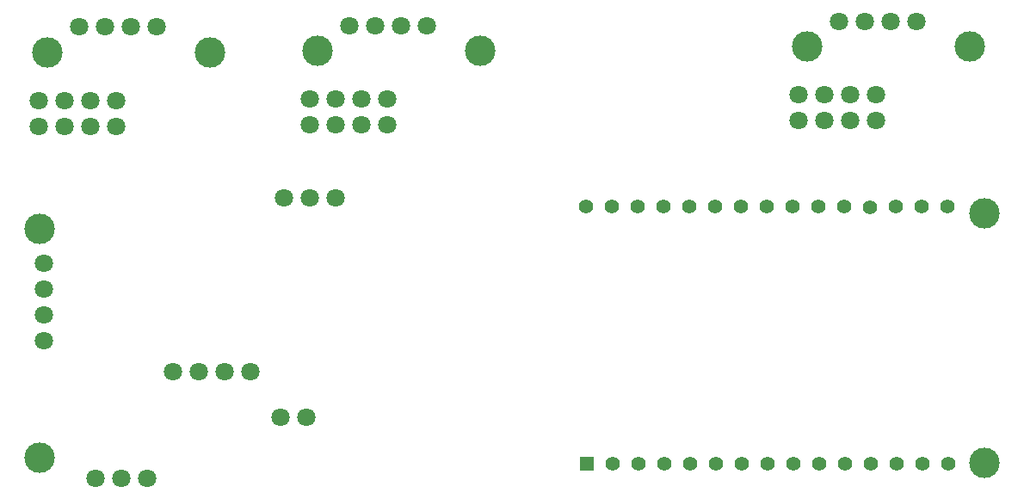
<source format=gbr>
G04 #@! TF.FileFunction,Soldermask,Bot*
%FSLAX46Y46*%
G04 Gerber Fmt 4.6, Leading zero omitted, Abs format (unit mm)*
G04 Created by KiCad (PCBNEW 4.0.7) date 03/28/19 16:01:04*
%MOMM*%
%LPD*%
G01*
G04 APERTURE LIST*
%ADD10C,0.050000*%
%ADD11C,1.800000*%
%ADD12C,3.000000*%
%ADD13C,1.397000*%
%ADD14R,1.397000X1.397000*%
G04 APERTURE END LIST*
D10*
D11*
X169770000Y-115820000D03*
X172310000Y-115820000D03*
X167230000Y-115820000D03*
X164690000Y-115820000D03*
X164690000Y-113280000D03*
X167230000Y-113280000D03*
X172310000Y-113280000D03*
X169770000Y-113280000D03*
X168650000Y-106050000D03*
X171190000Y-106050000D03*
X176259840Y-106050000D03*
X173719840Y-106050000D03*
D12*
X181500000Y-108550000D03*
X165500000Y-108550000D03*
D11*
X121620000Y-116270000D03*
X124160000Y-116270000D03*
X119080000Y-116270000D03*
X116540000Y-116270000D03*
X116540000Y-113730000D03*
X119080000Y-113730000D03*
X124160000Y-113730000D03*
X121620000Y-113730000D03*
X120500000Y-106500000D03*
X123040000Y-106500000D03*
X128109840Y-106500000D03*
X125569840Y-106500000D03*
D12*
X133350000Y-109000000D03*
X117350000Y-109000000D03*
X90000000Y-149000000D03*
X90000000Y-126500000D03*
X183000000Y-149500000D03*
X183000000Y-125000000D03*
D11*
X113740160Y-145000000D03*
X116280160Y-145000000D03*
X119126000Y-123444000D03*
X116586000Y-123444000D03*
X114046000Y-123444000D03*
X100540000Y-151000000D03*
X98000000Y-151000000D03*
X95460000Y-151000000D03*
X103150000Y-140500000D03*
X105690000Y-140500000D03*
X110759840Y-140500000D03*
X108219840Y-140500000D03*
X90400000Y-129850000D03*
X90400000Y-132390000D03*
X90400000Y-137459840D03*
X90400000Y-134919840D03*
D13*
X166609200Y-124300000D03*
X169149200Y-124300000D03*
X164069200Y-124300000D03*
X161529200Y-124300000D03*
X158989200Y-124300000D03*
X179410800Y-149623800D03*
X179309200Y-124300000D03*
X176769200Y-124300000D03*
X171689200Y-124350800D03*
X174229200Y-124300000D03*
X143749200Y-124300000D03*
X146289200Y-124300000D03*
X148829200Y-124300000D03*
X151369200Y-124300000D03*
X156449200Y-124300000D03*
X153909200Y-124300000D03*
X174330800Y-149623800D03*
X176870800Y-149623800D03*
X171790800Y-149623800D03*
X169250800Y-149623800D03*
X166710800Y-149623800D03*
D14*
X143850800Y-149623800D03*
D13*
X146360800Y-149623800D03*
X148930800Y-149623800D03*
X151470800Y-149623800D03*
X154010800Y-149623800D03*
X156550800Y-149623800D03*
X159090800Y-149623800D03*
X164170800Y-149623800D03*
X161630800Y-149623800D03*
D12*
X90750000Y-109100000D03*
X106750000Y-109100000D03*
D11*
X93900000Y-106600000D03*
X96440000Y-106600000D03*
X101509840Y-106600000D03*
X98969840Y-106600000D03*
X95020000Y-116370000D03*
X97560000Y-116370000D03*
X92480000Y-116370000D03*
X89940000Y-116370000D03*
X89940000Y-113830000D03*
X92480000Y-113830000D03*
X97560000Y-113830000D03*
X95020000Y-113830000D03*
M02*

</source>
